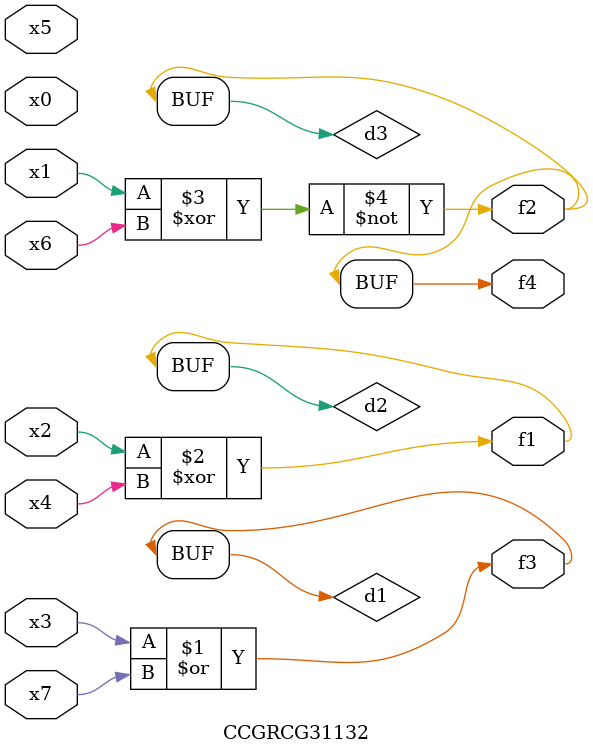
<source format=v>
module CCGRCG31132(
	input x0, x1, x2, x3, x4, x5, x6, x7,
	output f1, f2, f3, f4
);

	wire d1, d2, d3;

	or (d1, x3, x7);
	xor (d2, x2, x4);
	xnor (d3, x1, x6);
	assign f1 = d2;
	assign f2 = d3;
	assign f3 = d1;
	assign f4 = d3;
endmodule

</source>
